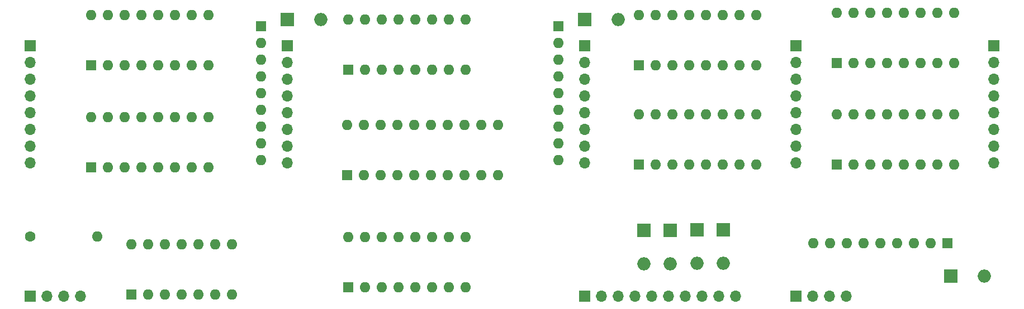
<source format=gbr>
%TF.GenerationSoftware,KiCad,Pcbnew,7.0.2*%
%TF.CreationDate,2023-06-28T00:57:02+01:00*%
%TF.ProjectId,SPI-Z80-BUS_ZXspectrum_impl,5350492d-5a38-4302-9d42-55535f5a5873,rev?*%
%TF.SameCoordinates,PX3473bc0PY19bfcc0*%
%TF.FileFunction,Soldermask,Top*%
%TF.FilePolarity,Negative*%
%FSLAX46Y46*%
G04 Gerber Fmt 4.6, Leading zero omitted, Abs format (unit mm)*
G04 Created by KiCad (PCBNEW 7.0.2) date 2023-06-28 00:57:02*
%MOMM*%
%LPD*%
G01*
G04 APERTURE LIST*
%ADD10R,1.700000X1.700000*%
%ADD11O,1.700000X1.700000*%
%ADD12R,1.600000X1.600000*%
%ADD13O,1.600000X1.600000*%
%ADD14R,2.000000X2.000000*%
%ADD15O,2.000000X2.000000*%
%ADD16C,1.600000*%
G04 APERTURE END LIST*
D10*
%TO.C,LOCAL_CONTROL1*%
X120000000Y-50000000D03*
D11*
X122540000Y-50000000D03*
X125080000Y-50000000D03*
X127620000Y-50000000D03*
%TD*%
D12*
%TO.C,ZX80_CONTROL.RD1*%
X52220000Y-48635000D03*
D13*
X54760000Y-48635000D03*
X57300000Y-48635000D03*
X59840000Y-48635000D03*
X62380000Y-48635000D03*
X64920000Y-48635000D03*
X67460000Y-48635000D03*
X70000000Y-48635000D03*
X70000000Y-41015000D03*
X67460000Y-41015000D03*
X64920000Y-41015000D03*
X62380000Y-41015000D03*
X59840000Y-41015000D03*
X57300000Y-41015000D03*
X54760000Y-41015000D03*
X52220000Y-41015000D03*
%TD*%
D14*
%TO.C,D5*%
X105000000Y-39920000D03*
D15*
X105000000Y-45000000D03*
%TD*%
D12*
%TO.C,IC1*%
X19375000Y-49800000D03*
D13*
X21915000Y-49800000D03*
X24455000Y-49800000D03*
X26995000Y-49800000D03*
X29535000Y-49800000D03*
X32075000Y-49800000D03*
X34615000Y-49800000D03*
X34615000Y-42180000D03*
X32075000Y-42180000D03*
X29535000Y-42180000D03*
X26995000Y-42180000D03*
X24455000Y-42180000D03*
X21915000Y-42180000D03*
X19375000Y-42180000D03*
%TD*%
D10*
%TO.C,J6*%
X120000000Y-12000000D03*
D11*
X120000000Y-14540000D03*
X120000000Y-17080000D03*
X120000000Y-19620000D03*
X120000000Y-22160000D03*
X120000000Y-24700000D03*
X120000000Y-27240000D03*
X120000000Y-29780000D03*
%TD*%
D14*
%TO.C,D3*%
X97000000Y-40000000D03*
D15*
X97000000Y-45080000D03*
%TD*%
D12*
%TO.C,RN1*%
X143000000Y-42000000D03*
D13*
X140460000Y-42000000D03*
X137920000Y-42000000D03*
X135380000Y-42000000D03*
X132840000Y-42000000D03*
X130300000Y-42000000D03*
X127760000Y-42000000D03*
X125220000Y-42000000D03*
X122680000Y-42000000D03*
%TD*%
D14*
%TO.C,D7*%
X143460000Y-47000000D03*
D15*
X148540000Y-47000000D03*
%TD*%
D14*
%TO.C,D1*%
X88000000Y-8000000D03*
D15*
X93080000Y-8000000D03*
%TD*%
D12*
%TO.C,LOCAL_D.WR1*%
X13260000Y-15000000D03*
D13*
X15800000Y-15000000D03*
X18340000Y-15000000D03*
X20880000Y-15000000D03*
X23420000Y-15000000D03*
X25960000Y-15000000D03*
X28500000Y-15000000D03*
X31040000Y-15000000D03*
X31040000Y-7380000D03*
X28500000Y-7380000D03*
X25960000Y-7380000D03*
X23420000Y-7380000D03*
X20880000Y-7380000D03*
X18340000Y-7380000D03*
X15800000Y-7380000D03*
X13260000Y-7380000D03*
%TD*%
D12*
%TO.C,LOCAL_D.RD1*%
X13220000Y-30500000D03*
D13*
X15760000Y-30500000D03*
X18300000Y-30500000D03*
X20840000Y-30500000D03*
X23380000Y-30500000D03*
X25920000Y-30500000D03*
X28460000Y-30500000D03*
X31000000Y-30500000D03*
X31000000Y-22880000D03*
X28460000Y-22880000D03*
X25920000Y-22880000D03*
X23380000Y-22880000D03*
X20840000Y-22880000D03*
X18300000Y-22880000D03*
X15760000Y-22880000D03*
X13220000Y-22880000D03*
%TD*%
D12*
%TO.C,ESP_CONTROL.WR1*%
X52220000Y-15635000D03*
D13*
X54760000Y-15635000D03*
X57300000Y-15635000D03*
X59840000Y-15635000D03*
X62380000Y-15635000D03*
X64920000Y-15635000D03*
X67460000Y-15635000D03*
X70000000Y-15635000D03*
X70000000Y-8015000D03*
X67460000Y-8015000D03*
X64920000Y-8015000D03*
X62380000Y-8015000D03*
X59840000Y-8015000D03*
X57300000Y-8015000D03*
X54760000Y-8015000D03*
X52220000Y-8015000D03*
%TD*%
D10*
%TO.C,J3*%
X4000000Y-12000000D03*
D11*
X4000000Y-14540000D03*
X4000000Y-17080000D03*
X4000000Y-19620000D03*
X4000000Y-22160000D03*
X4000000Y-24700000D03*
X4000000Y-27240000D03*
X4000000Y-29780000D03*
%TD*%
D12*
%TO.C,CONTROL.SELECT1*%
X52000000Y-31620000D03*
D13*
X54540000Y-31620000D03*
X57080000Y-31620000D03*
X59620000Y-31620000D03*
X62160000Y-31620000D03*
X64700000Y-31620000D03*
X67240000Y-31620000D03*
X69780000Y-31620000D03*
X72320000Y-31620000D03*
X74860000Y-31620000D03*
X74860000Y-24000000D03*
X72320000Y-24000000D03*
X69780000Y-24000000D03*
X67240000Y-24000000D03*
X64700000Y-24000000D03*
X62160000Y-24000000D03*
X59620000Y-24000000D03*
X57080000Y-24000000D03*
X54540000Y-24000000D03*
X52000000Y-24000000D03*
%TD*%
D14*
%TO.C,D4*%
X101000000Y-40000000D03*
D15*
X101000000Y-45080000D03*
%TD*%
D10*
%TO.C,J1*%
X4000000Y-50000000D03*
D11*
X6540000Y-50000000D03*
X9080000Y-50000000D03*
X11620000Y-50000000D03*
%TD*%
D10*
%TO.C,J7*%
X150000000Y-12000000D03*
D11*
X150000000Y-14540000D03*
X150000000Y-17080000D03*
X150000000Y-19620000D03*
X150000000Y-22160000D03*
X150000000Y-24700000D03*
X150000000Y-27240000D03*
X150000000Y-29780000D03*
%TD*%
D12*
%TO.C,LOCAL_ADDR-H.WR1*%
X126220000Y-14620000D03*
D13*
X128760000Y-14620000D03*
X131300000Y-14620000D03*
X133840000Y-14620000D03*
X136380000Y-14620000D03*
X138920000Y-14620000D03*
X141460000Y-14620000D03*
X144000000Y-14620000D03*
X144000000Y-7000000D03*
X141460000Y-7000000D03*
X138920000Y-7000000D03*
X136380000Y-7000000D03*
X133840000Y-7000000D03*
X131300000Y-7000000D03*
X128760000Y-7000000D03*
X126220000Y-7000000D03*
%TD*%
D12*
%TO.C,LOCAL_ADDR-L.WR1*%
X96220000Y-15000000D03*
D13*
X98760000Y-15000000D03*
X101300000Y-15000000D03*
X103840000Y-15000000D03*
X106380000Y-15000000D03*
X108920000Y-15000000D03*
X111460000Y-15000000D03*
X114000000Y-15000000D03*
X114000000Y-7380000D03*
X111460000Y-7380000D03*
X108920000Y-7380000D03*
X106380000Y-7380000D03*
X103840000Y-7380000D03*
X101300000Y-7380000D03*
X98760000Y-7380000D03*
X96220000Y-7380000D03*
%TD*%
D14*
%TO.C,D6*%
X109000000Y-39920000D03*
D15*
X109000000Y-45000000D03*
%TD*%
D12*
%TO.C,LOCAL_A-H.RD1*%
X126220000Y-30000000D03*
D13*
X128760000Y-30000000D03*
X131300000Y-30000000D03*
X133840000Y-30000000D03*
X136380000Y-30000000D03*
X138920000Y-30000000D03*
X141460000Y-30000000D03*
X144000000Y-30000000D03*
X144000000Y-22380000D03*
X141460000Y-22380000D03*
X138920000Y-22380000D03*
X136380000Y-22380000D03*
X133840000Y-22380000D03*
X131300000Y-22380000D03*
X128760000Y-22380000D03*
X126220000Y-22380000D03*
%TD*%
D12*
%TO.C,ESP_CONTROL.Bias1*%
X84000000Y-9000000D03*
D13*
X84000000Y-11540000D03*
X84000000Y-14080000D03*
X84000000Y-16620000D03*
X84000000Y-19160000D03*
X84000000Y-21700000D03*
X84000000Y-24240000D03*
X84000000Y-26780000D03*
X84000000Y-29320000D03*
%TD*%
D14*
%TO.C,D2*%
X43000000Y-8000000D03*
D15*
X48080000Y-8000000D03*
%TD*%
D12*
%TO.C,LOCAL_A-L.RD1*%
X96220000Y-30000000D03*
D13*
X98760000Y-30000000D03*
X101300000Y-30000000D03*
X103840000Y-30000000D03*
X106380000Y-30000000D03*
X108920000Y-30000000D03*
X111460000Y-30000000D03*
X114000000Y-30000000D03*
X114000000Y-22380000D03*
X111460000Y-22380000D03*
X108920000Y-22380000D03*
X106380000Y-22380000D03*
X103840000Y-22380000D03*
X101300000Y-22380000D03*
X98760000Y-22380000D03*
X96220000Y-22380000D03*
%TD*%
D10*
%TO.C,J2*%
X43000000Y-12000000D03*
D11*
X43000000Y-14540000D03*
X43000000Y-17080000D03*
X43000000Y-19620000D03*
X43000000Y-22160000D03*
X43000000Y-24700000D03*
X43000000Y-27240000D03*
X43000000Y-29780000D03*
%TD*%
D10*
%TO.C,J5*%
X88000000Y-50000000D03*
D11*
X90540000Y-50000000D03*
X93080000Y-50000000D03*
X95620000Y-50000000D03*
X98160000Y-50000000D03*
X100700000Y-50000000D03*
X103240000Y-50000000D03*
X105780000Y-50000000D03*
X108320000Y-50000000D03*
X110860000Y-50000000D03*
%TD*%
D16*
%TO.C,R1*%
X4000000Y-41000000D03*
D13*
X14160000Y-41000000D03*
%TD*%
D12*
%TO.C,LOCAL_D.Bias1*%
X39000000Y-9000000D03*
D13*
X39000000Y-11540000D03*
X39000000Y-14080000D03*
X39000000Y-16620000D03*
X39000000Y-19160000D03*
X39000000Y-21700000D03*
X39000000Y-24240000D03*
X39000000Y-26780000D03*
X39000000Y-29320000D03*
%TD*%
D10*
%TO.C,J4*%
X88000000Y-12000000D03*
D11*
X88000000Y-14540000D03*
X88000000Y-17080000D03*
X88000000Y-19620000D03*
X88000000Y-22160000D03*
X88000000Y-24700000D03*
X88000000Y-27240000D03*
X88000000Y-29780000D03*
%TD*%
M02*

</source>
